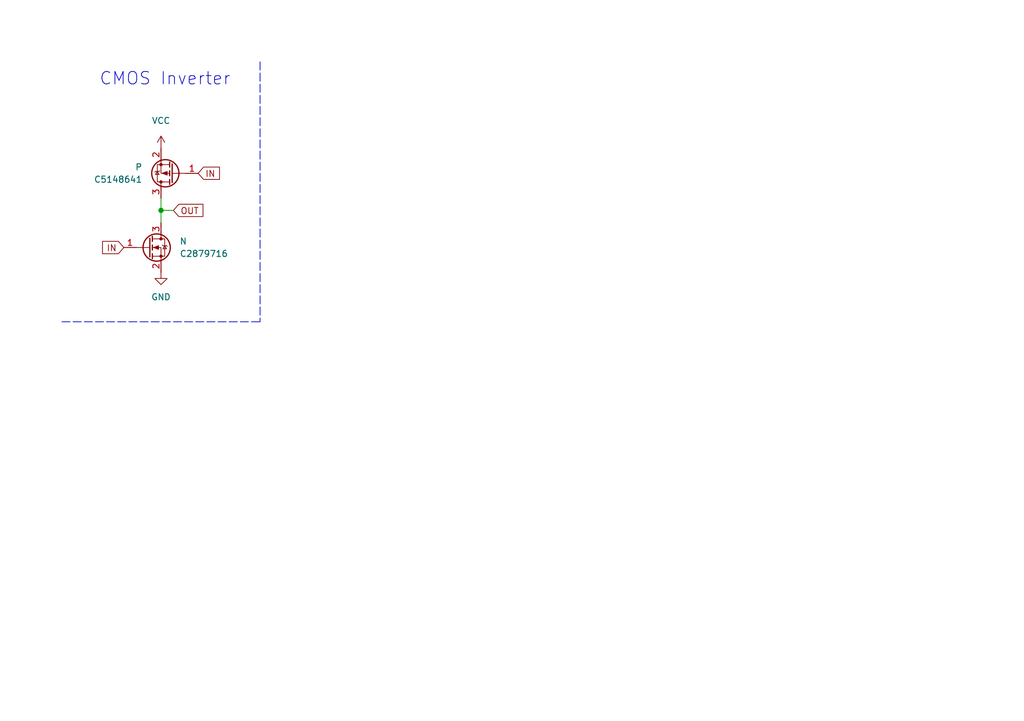
<source format=kicad_sch>
(kicad_sch (version 20211123) (generator eeschema)
  (paper "A5")
  (lib_symbols
    (symbol "Device:Q_NMOS_GSD" (pin_names (offset 0) hide)
      (property "Reference" "Q" (at 5.08 1.27 0))
      (property "Value" "Q_NMOS_GSD" (at 5.08 -1.27 0))
      (symbol "Q_NMOS_GSD_0_1"
        (polyline (pts (xy 0.254 0) (xy -2.54 0)))
        (polyline (pts (xy 0.254 1.905) (xy 0.254 -1.905)) (stroke (width 0.254)))
        (polyline (pts (xy 0.762 -1.27) (xy 0.762 -2.286)) (stroke (width 0.254)))
        (polyline (pts (xy 0.762 0.508) (xy 0.762 -0.508)) (stroke (width 0.254)))
        (polyline (pts (xy 0.762 2.286) (xy 0.762 1.27)) (stroke (width 0.254)))
        (polyline (pts (xy 2.54 2.54) (xy 2.54 1.778)))
        (polyline (pts (xy 2.54 -2.54) (xy 2.54 0) (xy 0.762 0)))
        (polyline (pts (xy 0.762 -1.778) (xy 3.302 -1.778) (xy 3.302 1.778) (xy 0.762 1.778)))
        (polyline (pts (xy 1.016 0) (xy 2.032 0.381) (xy 2.032 -0.381) (xy 1.016 0)) (fill (type outline)))
        (polyline (pts (xy 2.794 0.508) (xy 2.921 0.381) (xy 3.683 0.381) (xy 3.81 0.254)))
        (polyline (pts (xy 3.302 0.381) (xy 2.921 -0.254) (xy 3.683 -0.254) (xy 3.302 0.381)))
        (circle (center 1.651 0) (radius 2.794) (stroke (width 0.254)))
        (circle (center 2.54 -1.778) (radius 0.254) (fill (type outline)))
        (circle (center 2.54 1.778) (radius 0.254) (fill (type outline)))
      )
      (symbol "Q_NMOS_GSD_1_1"
        (pin input line (at -5.08 0 0) (length 2.54) (name "G") (number "1"))
        (pin passive line (at 2.54 -5.08 90) (length 2.54) (name "S") (number "2"))
        (pin passive line (at 2.54 5.08 270) (length 2.54) (name "D") (number "3"))
      )
    )
    (symbol "Device:Q_PMOS_GSD" (pin_names (offset 0) hide)
      (property "Reference" "Q" (at 5.08 1.27 0))
      (property "Value" "Q_PMOS_GSD" (at 5.08 -1.27 0))
      (symbol "Q_PMOS_GSD_0_1"
        (polyline (pts (xy 0.254 0) (xy -2.54 0)))
        (polyline (pts (xy 0.254 1.905) (xy 0.254 -1.905)) (stroke (width 0.254)))
        (polyline (pts (xy 0.762 -1.27) (xy 0.762 -2.286)) (stroke (width 0.254)))
        (polyline (pts (xy 0.762 0.508) (xy 0.762 -0.508)) (stroke (width 0.254)))
        (polyline (pts (xy 0.762 2.286) (xy 0.762 1.27)) (stroke (width 0.254)))
        (polyline (pts (xy 2.54 2.54) (xy 2.54 1.778)))
        (polyline (pts (xy 2.54 -2.54) (xy 2.54 0) (xy 0.762 0)))
        (polyline (pts (xy 0.762 1.778) (xy 3.302 1.778) (xy 3.302 -1.778) (xy 0.762 -1.778)))
        (polyline (pts (xy 2.286 0) (xy 1.27 0.381) (xy 1.27 -0.381) (xy 2.286 0)) (fill (type outline)))
        (polyline (pts (xy 2.794 -0.508) (xy 2.921 -0.381) (xy 3.683 -0.381) (xy 3.81 -0.254)))
        (polyline (pts (xy 3.302 -0.381) (xy 2.921 0.254) (xy 3.683 0.254) (xy 3.302 -0.381)))
        (circle (center 1.651 0) (radius 2.794) (stroke (width 0.254)))
        (circle (center 2.54 -1.778) (radius 0.254) (fill (type outline)))
        (circle (center 2.54 1.778) (radius 0.254) (fill (type outline)))
      )
      (symbol "Q_PMOS_GSD_1_1"
        (pin input line (at -5.08 0 0) (length 2.54) (name "G") (number "1"))
        (pin passive line (at 2.54 -5.08 90) (length 2.54) (name "S") (number "2"))
        (pin passive line (at 2.54 5.08 270) (length 2.54) (name "D") (number "3"))
      )
    )
    (symbol "power:GND" (power) (pin_names (offset 0))
      (property "Value" "GND" (at 0 -3.81 0))
      (symbol "GND_0_1"
        (polyline (pts (xy 0 0) (xy 0 -1.27) (xy 1.27 -1.27) (xy 0 -2.54) (xy -1.27 -1.27) (xy 0 -1.27)))
      )
      (symbol "GND_1_1"
        (pin power_in line (at 0 0 270) (length 0) hide (name "GND") (number "1"))
      )
    )
    (symbol "power:VCC" (power) (pin_names (offset 0))
      (property "Value" "VCC" (at 0 3.81 0))
      (symbol "VCC_0_1"
        (polyline (pts (xy -0.762 1.27) (xy 0 2.54)))
        (polyline (pts (xy 0 0) (xy 0 2.54)))
        (polyline (pts (xy 0 2.54) (xy 0.762 1.27)))
      )
      (symbol "VCC_1_1"
        (pin power_in line (at 0 0 90) (length 0) hide (name "VCC") (number "1"))
      )
    )
  )
  (junction (at 33.02 43.18))
  (wire (pts (xy 33.02 40.64) (xy 33.02 43.18)))
  (wire (pts (xy 33.02 43.18) (xy 33.02 45.72)))
  (polyline (pts (xy 53.34 12.7) (xy 53.34 66.04)))
  (wire (pts (xy 33.02 43.18) (xy 35.56 43.18)))
  (polyline (pts (xy 12.7 66.04) (xy 53.34 66.04)))
  (text "CMOS Inverter" (at 20.32 17.78 0) (effects (font (size 2.54 2.54)) (justify left bottom)))
  (global_label "IN" (shape input) (at 40.64 35.56 0) (property "Intersheet References" "${INTERSHEET_REFS}" (effects hide)))
  (global_label "IN" (shape input) (at 25.4 50.8 180) (property "Intersheet References" "${INTERSHEET_REFS}" (effects hide)))
  (global_label "OUT" (shape input) (at 35.56 43.18 0) (property "Intersheet References" "${INTERSHEET_REFS}" (effects hide)))
  (symbol (lib_id "power:VCC") (at 33.02 30.48 0) (unit 1)
    (property "Reference" "#PWR0101" (effects hide))
    (property "Value" "VCC" (at 33.02 24.765 0))
  )
  (symbol (lib_id "Device:Q_NMOS_GSD") (at 30.48 50.8 0) (unit 1)
    (property "Reference" "N" (at 36.83 49.5299 0) (effects (justify left)))
    (property "Value" "C2879716" (at 36.83 52.0699 0) (effects (justify left)))
    (property "Footprint" "Package_TO_SOT_SMD:SOT-523" (effects hide))
  )
  (symbol (lib_id "power:GND") (at 33.02 55.88 0) (unit 1)
    (property "Reference" "#PWR0102" (effects hide))
    (property "Value" "GND" (at 33.02 60.96 0))
  )
  (symbol (lib_id "Device:Q_PMOS_GSD") (at 35.56 35.56 180) (unit 1)
    (property "Reference" "P" (at 29.21 34.2899 0) (effects (justify left)))
    (property "Value" "C5148641" (at 29.21 36.8299 0) (effects (justify left)))
    (property "Footprint" "Package_TO_SOT_SMD:SOT-523" (effects hide))
  )
)
</source>
